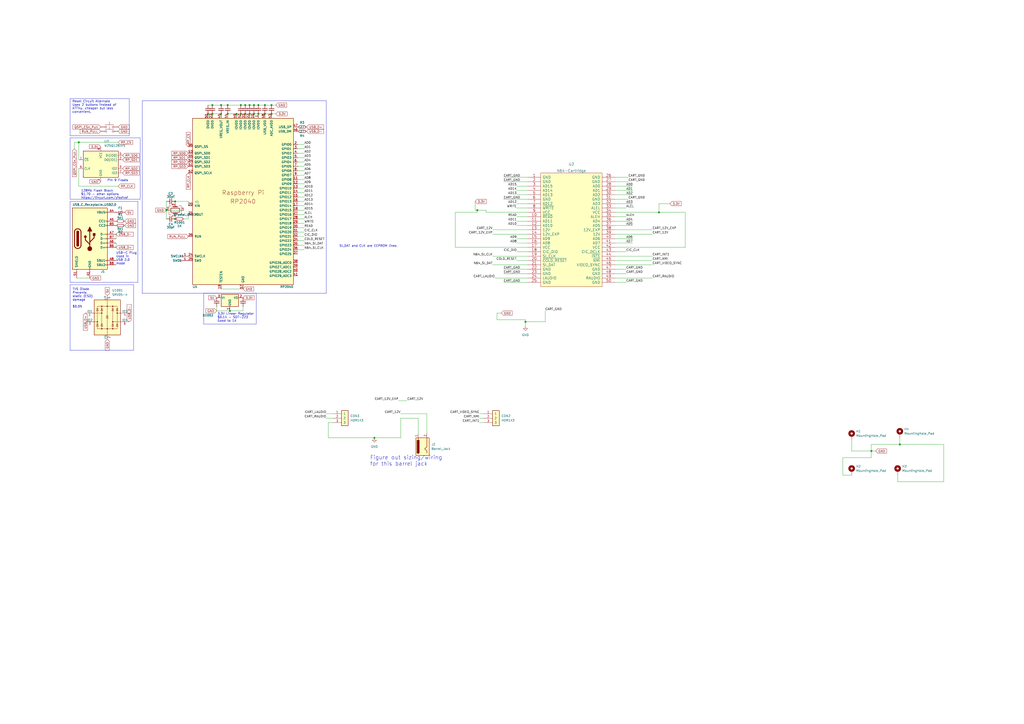
<source format=kicad_sch>
(kicad_sch (version 20230121) (generator eeschema)
  (paper "A2")
  (lib_symbols
    (symbol "Connector:Barrel_Jack" (pin_names (offset 1.016))
      (property "Reference" "J" (at 0 5.334 0))
      (property "Value" "Barrel_Jack" (at 0 -5.08 0))
      (symbol "Barrel_Jack_1_1"
        (pin passive line (at 7.62 2.54 180) (length 2.54) (name "~") (number "1"))
        (pin passive line (at 7.62 -2.54 180) (length 2.54) (name "~") (number "2"))
      )
    )
    (symbol "Connector:Conn_01x01_Female" (pin_names (offset 1.016) hide)
      (property "Reference" "J" (at 0 2.54 0))
      (property "Value" "Conn_01x01_Female" (at 0 -2.54 0))
      (symbol "Conn_01x01_Female_1_1"
        (pin passive line (at -5.08 0 0) (length 3.81) (name "Pin_1") (number "1"))
      )
    )
    (symbol "Connector:USB_C_Receptacle_USB2.0" (pin_names (offset 1.016))
      (property "Reference" "J" (at -10.16 19.05 0))
      (property "Value" "USB_C_Receptacle_USB2.0" (at 19.05 19.05 0))
      (symbol "USB_C_Receptacle_USB2.0_1_1"
        (pin passive line (at 0 -22.86 90) (length 5.08) (name "GND") (number "A1"))
        (pin passive line (at 0 -22.86 90) (length 5.08) hide (name "GND") (number "A12"))
        (pin passive line (at 15.24 15.24 180) (length 5.08) (name "VBUS") (number "A4"))
        (pin bidirectional line (at 15.24 10.16 180) (length 5.08) (name "CC1") (number "A5"))
        (pin bidirectional line (at 15.24 -2.54 180) (length 5.08) (name "D+") (number "A6"))
        (pin bidirectional line (at 15.24 2.54 180) (length 5.08) (name "D-") (number "A7"))
        (pin bidirectional line (at 15.24 -12.7 180) (length 5.08) (name "SBU1") (number "A8"))
        (pin passive line (at 15.24 15.24 180) (length 5.08) hide (name "VBUS") (number "A9"))
        (pin passive line (at 0 -22.86 90) (length 5.08) hide (name "GND") (number "B1"))
        (pin passive line (at 0 -22.86 90) (length 5.08) hide (name "GND") (number "B12"))
        (pin passive line (at 15.24 15.24 180) (length 5.08) hide (name "VBUS") (number "B4"))
        (pin bidirectional line (at 15.24 7.62 180) (length 5.08) (name "CC2") (number "B5"))
        (pin bidirectional line (at 15.24 -5.08 180) (length 5.08) (name "D+") (number "B6"))
        (pin bidirectional line (at 15.24 0 180) (length 5.08) (name "D-") (number "B7"))
        (pin bidirectional line (at 15.24 -15.24 180) (length 5.08) (name "SBU2") (number "B8"))
        (pin passive line (at 15.24 15.24 180) (length 5.08) hide (name "VBUS") (number "B9"))
        (pin passive line (at -7.62 -22.86 90) (length 5.08) (name "SHIELD") (number "S1"))
      )
    )
    (symbol "Device:C_Small" (pin_numbers hide) (pin_names (offset 0.254) hide)
      (property "Reference" "C" (at 0.254 1.778 0))
      (property "Value" "C_Small" (at 0.254 -2.032 0))
      (symbol "C_Small_1_1"
        (pin passive line (at 0 2.54 270) (length 2.032) (name "~") (number "1"))
        (pin passive line (at 0 -2.54 90) (length 2.032) (name "~") (number "2"))
      )
    )
    (symbol "Device:Crystal_GND24" (pin_names (offset 1.016) hide)
      (property "Reference" "Y" (at 3.175 5.08 0))
      (property "Value" "Crystal_GND24" (at 3.175 3.175 0))
      (symbol "Crystal_GND24_1_1"
        (pin passive line (at -3.81 0 0) (length 1.27) (name "1") (number "1"))
        (pin passive line (at 0 5.08 270) (length 1.27) (name "2") (number "2"))
        (pin passive line (at 3.81 0 180) (length 1.27) (name "3") (number "3"))
        (pin passive line (at 0 -5.08 90) (length 1.27) (name "4") (number "4"))
      )
    )
    (symbol "Device:Polyfuse_Small" (pin_numbers hide) (pin_names (offset 0))
      (property "Reference" "F" (at -1.905 0 90))
      (property "Value" "Polyfuse_Small" (at 1.905 0 90))
      (symbol "Polyfuse_Small_1_1"
        (pin passive line (at 0 2.54 270) (length 0.635) (name "~") (number "1"))
        (pin passive line (at 0 -2.54 90) (length 0.635) (name "~") (number "2"))
      )
    )
    (symbol "Device:R_Small" (pin_numbers hide) (pin_names (offset 0.254) hide)
      (property "Reference" "R" (at 0.762 0.508 0))
      (property "Value" "R_Small" (at 0.762 -1.016 0))
      (symbol "R_Small_1_1"
        (pin passive line (at 0 2.54 270) (length 0.762) (name "~") (number "1"))
        (pin passive line (at 0 -2.54 90) (length 0.762) (name "~") (number "2"))
      )
    )
    (symbol "GND_1" (power) (pin_names (offset 0))
      (property "Value" "GND_1" (at 0 -3.81 0))
      (symbol "GND_1_1_1"
        (pin power_in line (at 0 0 270) (length 0) hide (name "GND") (number "1"))
      )
    )
    (symbol "Mechanical:MountingHole_Pad" (pin_numbers hide) (pin_names (offset 1.016) hide)
      (property "Reference" "H" (at 0 6.35 0))
      (property "Value" "MountingHole_Pad" (at 0 4.445 0))
      (symbol "MountingHole_Pad_1_1"
        (pin input line (at 0 -2.54 90) (length 2.54) (name "1") (number "1"))
      )
    )
    (symbol "Memory_Flash:W25Q128JVS"
      (property "Reference" "U" (at -8.89 8.89 0))
      (property "Value" "W25Q128JVS" (at 7.62 8.89 0))
      (symbol "W25Q128JVS_1_1"
        (pin input line (at -12.7 2.54 0) (length 2.54) (name "~{CS}") (number "1"))
        (pin bidirectional line (at 12.7 2.54 180) (length 2.54) (name "DO(IO1)") (number "2"))
        (pin bidirectional line (at 12.7 -2.54 180) (length 2.54) (name "IO2") (number "3"))
        (pin power_in line (at 0 -10.16 90) (length 2.54) (name "GND") (number "4"))
        (pin bidirectional line (at 12.7 5.08 180) (length 2.54) (name "DI(IO0)") (number "5"))
        (pin input line (at -12.7 -2.54 0) (length 2.54) (name "CLK") (number "6"))
        (pin bidirectional line (at 12.7 -5.08 180) (length 2.54) (name "IO3") (number "7"))
        (pin power_in line (at 0 10.16 270) (length 2.54) (name "VCC") (number "8"))
      )
    )
    (symbol "Power_Protection:SRV05-4" (pin_names (offset 0))
      (property "Reference" "U" (at -5.08 11.43 0))
      (property "Value" "SRV05-4" (at 2.54 11.43 0))
      (symbol "SRV05-4_1_1"
        (pin passive line (at -12.7 2.54 0) (length 5.08) (name "IO1") (number "1"))
        (pin passive line (at 0 -12.7 90) (length 2.54) (name "VN") (number "2"))
        (pin passive line (at -12.7 -2.54 0) (length 5.08) (name "IO2") (number "3"))
        (pin passive line (at 12.7 2.54 180) (length 5.08) (name "IO3") (number "4"))
        (pin passive line (at 0 12.7 270) (length 2.54) (name "VP") (number "5"))
        (pin passive line (at 12.7 -2.54 180) (length 5.08) (name "IO4") (number "6"))
      )
    )
    (symbol "Raspi:RP2040" (pin_names (offset 1.016))
      (property "Reference" "U" (at -29.21 49.53 0))
      (property "Value" "RP2040" (at 24.13 -49.53 0))
      (symbol "RP2040_0_0"
        (text "Raspberry Pi" (at 0 5.08 0) (effects (font (size 2.54 2.54))))
        (text "RP2040" (at 0 0 0) (effects (font (size 2.54 2.54))))
      )
      (symbol "RP2040_1_1"
        (pin power_in line (at 8.89 50.8 270) (length 2.54) (name "IOVDD") (number "1"))
        (pin power_in line (at 6.35 50.8 270) (length 2.54) (name "IOVDD") (number "10"))
        (pin bidirectional line (at 31.75 12.7 180) (length 2.54) (name "GPIO8") (number "11"))
        (pin bidirectional line (at 31.75 10.16 180) (length 2.54) (name "GPIO9") (number "12"))
        (pin bidirectional line (at 31.75 7.62 180) (length 2.54) (name "GPIO10") (number "13"))
        (pin bidirectional line (at 31.75 5.08 180) (length 2.54) (name "GPIO11") (number "14"))
        (pin bidirectional line (at 31.75 2.54 180) (length 2.54) (name "GPIO12") (number "15"))
        (pin bidirectional line (at 31.75 0 180) (length 2.54) (name "GPIO13") (number "16"))
        (pin bidirectional line (at 31.75 -2.54 180) (length 2.54) (name "GPIO14") (number "17"))
        (pin bidirectional line (at 31.75 -5.08 180) (length 2.54) (name "GPIO15") (number "18"))
        (pin passive line (at -12.7 -50.8 90) (length 2.54) (name "TESTEN") (number "19"))
        (pin bidirectional line (at 31.75 33.02 180) (length 2.54) (name "GPIO0") (number "2"))
        (pin input line (at -31.75 -2.54 0) (length 2.54) (name "XIN") (number "20"))
        (pin passive line (at -31.75 -7.62 0) (length 2.54) (name "XOUT") (number "21"))
        (pin power_in line (at 3.81 50.8 270) (length 2.54) (name "IOVDD") (number "22"))
        (pin power_in line (at -17.78 50.8 270) (length 2.54) (name "DVDD") (number "23"))
        (pin output line (at -31.75 -31.75 0) (length 2.54) (name "SWCLK") (number "24"))
        (pin bidirectional line (at -31.75 -34.29 0) (length 2.54) (name "SWD") (number "25"))
        (pin input line (at -31.75 -20.32 0) (length 2.54) (name "RUN") (number "26"))
        (pin bidirectional line (at 31.75 -7.62 180) (length 2.54) (name "GPIO16") (number "27"))
        (pin bidirectional line (at 31.75 -10.16 180) (length 2.54) (name "GPIO17") (number "28"))
        (pin bidirectional line (at 31.75 -12.7 180) (length 2.54) (name "GPIO18") (number "29"))
        (pin bidirectional line (at 31.75 30.48 180) (length 2.54) (name "GPIO1") (number "3"))
        (pin bidirectional line (at 31.75 -15.24 180) (length 2.54) (name "GPIO19") (number "30"))
        (pin bidirectional line (at 31.75 -17.78 180) (length 2.54) (name "GPIO20") (number "31"))
        (pin bidirectional line (at 31.75 -20.32 180) (length 2.54) (name "GPIO21") (number "32"))
        (pin power_in line (at 1.27 50.8 270) (length 2.54) (name "IOVDD") (number "33"))
        (pin bidirectional line (at 31.75 -22.86 180) (length 2.54) (name "GPIO22") (number "34"))
        (pin bidirectional line (at 31.75 -25.4 180) (length 2.54) (name "GPIO23") (number "35"))
        (pin bidirectional line (at 31.75 -27.94 180) (length 2.54) (name "GPIO24") (number "36"))
        (pin bidirectional line (at 31.75 -30.48 180) (length 2.54) (name "GPIO25") (number "37"))
        (pin bidirectional line (at 31.75 -35.56 180) (length 2.54) (name "GPIO26_ADC0") (number "38"))
        (pin bidirectional line (at 31.75 -38.1 180) (length 2.54) (name "GPIO27_ADC1") (number "39"))
        (pin bidirectional line (at 31.75 27.94 180) (length 2.54) (name "GPIO2") (number "4"))
        (pin bidirectional line (at 31.75 -40.64 180) (length 2.54) (name "GPIO28_ADC2") (number "40"))
        (pin bidirectional line (at 31.75 -43.18 180) (length 2.54) (name "GPIO29_ADC3") (number "41"))
        (pin power_in line (at -1.27 50.8 270) (length 2.54) (name "IOVDD") (number "42"))
        (pin power_in line (at 16.51 50.8 270) (length 2.54) (name "ADC_AVDD") (number "43"))
        (pin power_in line (at -8.89 50.8 270) (length 2.54) (name "VREG_IN") (number "44"))
        (pin power_out line (at -12.7 50.8 270) (length 2.54) (name "VREG_VOUT") (number "45"))
        (pin bidirectional line (at 31.75 40.64 180) (length 2.54) (name "USB_DM") (number "46"))
        (pin bidirectional line (at 31.75 43.18 180) (length 2.54) (name "USB_DP") (number "47"))
        (pin power_in line (at 12.7 50.8 270) (length 2.54) (name "USB_VDD") (number "48"))
        (pin power_in line (at -3.81 50.8 270) (length 2.54) (name "IOVDD") (number "49"))
        (pin bidirectional line (at 31.75 25.4 180) (length 2.54) (name "GPIO3") (number "5"))
        (pin power_in line (at -20.32 50.8 270) (length 2.54) (name "DVDD") (number "50"))
        (pin bidirectional line (at -31.75 20.32 0) (length 2.54) (name "QSPI_SD3") (number "51"))
        (pin output line (at -31.75 16.51 0) (length 2.54) (name "QSPI_SCLK") (number "52"))
        (pin bidirectional line (at -31.75 27.94 0) (length 2.54) (name "QSPI_SD0") (number "53"))
        (pin bidirectional line (at -31.75 22.86 0) (length 2.54) (name "QSPI_SD2") (number "54"))
        (pin bidirectional line (at -31.75 25.4 0) (length 2.54) (name "QSPI_SD1") (number "55"))
        (pin bidirectional line (at -31.75 31.75 0) (length 2.54) (name "QSPI_SS") (number "56"))
        (pin power_in line (at 0 -50.8 90) (length 2.54) (name "GND") (number "57"))
        (pin bidirectional line (at 31.75 22.86 180) (length 2.54) (name "GPIO4") (number "6"))
        (pin bidirectional line (at 31.75 20.32 180) (length 2.54) (name "GPIO5") (number "7"))
        (pin bidirectional line (at 31.75 17.78 180) (length 2.54) (name "GPIO6") (number "8"))
        (pin bidirectional line (at 31.75 15.24 180) (length 2.54) (name "GPIO7") (number "9"))
      )
    )
    (symbol "Regulator_Linear:AZ1117-3.3" (pin_names (offset 0.254))
      (property "Reference" "U" (at -3.81 3.175 0))
      (property "Value" "AZ1117-3.3" (at 0 3.175 0))
      (symbol "AZ1117-3.3_1_1"
        (pin power_in line (at 0 -7.62 90) (length 2.54) (name "GND") (number "1"))
        (pin power_out line (at 7.62 0 180) (length 2.54) (name "VO") (number "2"))
        (pin power_in line (at -7.62 0 0) (length 2.54) (name "VI") (number "3"))
      )
    )
    (symbol "Switch:SW_Push" (pin_numbers hide) (pin_names (offset 1.016) hide)
      (property "Reference" "SW" (at 1.27 2.54 0))
      (property "Value" "SW_Push" (at 0 -1.524 0))
      (symbol "SW_Push_0_1"
        (pin passive line (at -5.08 0 0) (length 2.54) (name "1") (number "1"))
        (pin passive line (at 5.08 0 180) (length 2.54) (name "2") (number "2"))
      )
    )
    (symbol "db-connectors:HDR1X3" (pin_names (offset 1.016))
      (property "Reference" "CON" (at 3.175 4.445 0))
      (property "Value" "HDR1X3" (at 4.445 2.54 0))
      (symbol "HDR1X3_1_1"
        (pin passive line (at -5.08 -1.27 0) (length 5.08) (name "1") (number "1"))
        (pin passive line (at -5.08 -3.81 0) (length 5.08) (name "2") (number "2"))
        (pin passive line (at -5.08 -6.35 0) (length 5.08) (name "3") (number "3"))
      )
    )
    (symbol "n64-cartridge:N64-Cartridge" (pin_names (offset 1.016))
      (property "Reference" "U12" (at -0.635 38.1 0))
      (property "Value" "N64-Cartridge" (at -0.635 34.29 0))
      (symbol "N64-Cartridge_1_1"
        (pin passive line (at -25.4 30.48 0) (length 7.62) (name "GND") (number "1"))
        (pin passive line (at -25.4 7.62 0) (length 7.62) (name "~{READ}") (number "10"))
        (pin passive line (at -25.4 5.08 0) (length 7.62) (name "AD11") (number "11"))
        (pin passive line (at -25.4 2.54 0) (length 7.62) (name "AD10") (number "12"))
        (pin passive line (at -25.4 0 0) (length 7.62) (name "12V") (number "13"))
        (pin passive line (at -25.4 -2.54 0) (length 7.62) (name "12V_EXP") (number "14"))
        (pin passive line (at -25.4 -5.08 0) (length 7.62) (name "AD9") (number "15"))
        (pin passive line (at -25.4 -7.62 0) (length 7.62) (name "AD8") (number "16"))
        (pin passive line (at -25.4 -10.16 0) (length 7.62) (name "VCC") (number "17"))
        (pin passive line (at -25.4 -12.7 0) (length 7.62) (name "CIC_DIO") (number "18"))
        (pin passive line (at -25.4 -15.24 0) (length 7.62) (name "SI_CLK") (number "19"))
        (pin passive line (at -25.4 27.94 0) (length 7.62) (name "GND") (number "2"))
        (pin passive line (at -25.4 -17.78 0) (length 7.62) (name "~{COLD_RESET}") (number "20"))
        (pin passive line (at -25.4 -20.32 0) (length 7.62) (name "SI_DAT") (number "21"))
        (pin passive line (at -25.4 -22.86 0) (length 7.62) (name "GND") (number "22"))
        (pin passive line (at -25.4 -25.4 0) (length 7.62) (name "GND") (number "23"))
        (pin passive line (at -25.4 -27.94 0) (length 7.62) (name "LAUDIO") (number "24"))
        (pin passive line (at -25.4 -30.48 0) (length 7.62) (name "GND") (number "25"))
        (pin passive line (at 25.4 30.48 180) (length 7.62) (name "GND") (number "26"))
        (pin passive line (at 25.4 27.94 180) (length 7.62) (name "GND") (number "27"))
        (pin passive line (at 25.4 25.4 180) (length 7.62) (name "AD0") (number "28"))
        (pin passive line (at 25.4 22.86 180) (length 7.62) (name "AD1") (number "29"))
        (pin passive line (at -25.4 25.4 0) (length 7.62) (name "AD15") (number "3"))
        (pin passive line (at 25.4 20.32 180) (length 7.62) (name "AD2") (number "30"))
        (pin passive line (at 25.4 17.78 180) (length 7.62) (name "GND") (number "31"))
        (pin passive line (at 25.4 15.24 180) (length 7.62) (name "AD3") (number "32"))
        (pin passive line (at 25.4 12.7 180) (length 7.62) (name "ALEL") (number "33"))
        (pin passive line (at 25.4 10.16 180) (length 7.62) (name "VCC") (number "34"))
        (pin passive line (at 25.4 7.62 180) (length 7.62) (name "ALEH") (number "35"))
        (pin passive line (at 25.4 5.08 180) (length 7.62) (name "AD4") (number "36"))
        (pin passive line (at 25.4 2.54 180) (length 7.62) (name "AD5") (number "37"))
        (pin passive line (at 25.4 0 180) (length 7.62) (name "12V_EXP") (number "38"))
        (pin passive line (at 25.4 -2.54 180) (length 7.62) (name "12V") (number "39"))
        (pin passive line (at -25.4 22.86 0) (length 7.62) (name "AD14") (number "4"))
        (pin passive line (at 25.4 -5.08 180) (length 7.62) (name "AD6") (number "40"))
        (pin passive line (at 25.4 -7.62 180) (length 7.62) (name "AD7") (number "41"))
        (pin passive line (at 25.4 -10.16 180) (length 7.62) (name "VCC") (number "42"))
        (pin passive line (at 25.4 -12.7 180) (length 7.62) (name "CIC_DCLK") (number "43"))
        (pin passive line (at 25.4 -15.24 180) (length 7.62) (name "~{INT1}") (number "44"))
        (pin passive line (at 25.4 -17.78 180) (length 7.62) (name "~{NMI}") (number "45"))
        (pin passive line (at 25.4 -20.32 180) (length 7.62) (name "VIDEO_SYNC") (number "46"))
        (pin passive line (at 25.4 -22.86 180) (length 7.62) (name "GND") (number "47"))
        (pin passive line (at 25.4 -25.4 180) (length 7.62) (name "GND") (number "48"))
        (pin passive line (at 25.4 -27.94 180) (length 7.62) (name "RAUDIO") (number "49"))
        (pin passive line (at -25.4 20.32 0) (length 7.62) (name "AD13") (number "5"))
        (pin passive line (at 25.4 -30.48 180) (length 7.62) (name "GND") (number "50"))
        (pin passive line (at -25.4 17.78 0) (length 7.62) (name "GND") (number "6"))
        (pin passive line (at -25.4 15.24 0) (length 7.62) (name "AD12") (number "7"))
        (pin passive line (at -25.4 12.7 0) (length 7.62) (name "~{WRITE}") (number "8"))
        (pin passive line (at -25.4 10.16 0) (length 7.62) (name "VCC") (number "9"))
      )
    )
  )
  (junction (at 139.7 60.96))
  (junction (at 137.16 66.04))
  (junction (at 153.67 66.04))
  (junction (at 153.67 60.96))
  (junction (at 147.32 60.96))
  (junction (at 128.27 60.96))
  (junction (at 217.17 254))
  (junction (at 96.52 121.92))
  (junction (at 133.35 180.34))
  (junction (at 142.24 66.04))
  (junction (at 128.27 66.04))
  (junction (at 144.78 60.96))
  (junction (at 132.08 60.96))
  (junction (at 304.8 186.69))
  (junction (at 521.97 257.81))
  (junction (at 144.78 66.04))
  (junction (at 132.08 66.04))
  (junction (at 101.6 127))
  (junction (at 123.19 60.96))
  (junction (at 149.86 66.04))
  (junction (at 157.48 60.96))
  (junction (at 157.48 66.04))
  (junction (at 505.46 261.62))
  (junction (at 147.32 66.04))
  (junction (at 382.27 123.19))
  (junction (at 101.6 116.84))
  (junction (at 123.19 66.04))
  (junction (at 149.86 60.96))
  (junction (at 139.7 66.04))
  (junction (at 276.86 121.92))
  (junction (at 45.72 82.55))
  (junction (at 120.65 66.04))
  (junction (at 142.24 60.96))
  (wire (pts (xy 521.97 254) (xy 521.97 257.81)))
  (wire (pts (xy 232.41 242.57) (xy 242.57 242.57)))
  (wire (pts (xy 45.72 82.55) (xy 45.72 92.71)))
  (wire (pts (xy 139.7 60.96) (xy 142.24 60.96)))
  (wire (pts (xy 356.87 146.05) (xy 363.22 146.05)))
  (polyline (pts (xy 189.23 170.18) (xy 82.55 170.18)))
  (wire (pts (xy 149.86 66.04) (xy 153.67 66.04)))
  (wire (pts (xy 276.86 123.19) (xy 276.86 121.92)))
  (wire (pts (xy 356.87 107.95) (xy 367.03 107.95)))
  (wire (pts (xy 172.72 129.54) (xy 176.53 129.54)))
  (wire (pts (xy 275.59 116.84) (xy 275.59 121.92)))
  (wire (pts (xy 356.87 118.11) (xy 367.03 118.11)))
  (wire (pts (xy 157.48 60.96) (xy 160.02 60.96)))
  (wire (pts (xy 109.22 124.46) (xy 109.22 127)))
  (wire (pts (xy 172.72 83.82) (xy 176.53 83.82)))
  (wire (pts (xy 137.16 66.04) (xy 139.7 66.04)))
  (wire (pts (xy 292.1 158.75) (xy 306.07 158.75)))
  (wire (pts (xy 505.46 257.81) (xy 505.46 261.62)))
  (wire (pts (xy 264.16 123.19) (xy 276.86 123.19)))
  (wire (pts (xy 264.16 143.51) (xy 306.07 143.51)))
  (wire (pts (xy 232.41 240.03) (xy 247.65 240.03)))
  (wire (pts (xy 172.72 109.22) (xy 176.53 109.22)))
  (wire (pts (xy 356.87 125.73) (xy 363.22 125.73)))
  (wire (pts (xy 278.13 242.57) (xy 280.67 242.57)))
  (wire (pts (xy 45.72 82.55) (xy 68.58 82.55)))
  (wire (pts (xy 101.6 125.73) (xy 101.6 127)))
  (wire (pts (xy 172.72 99.06) (xy 176.53 99.06)))
  (wire (pts (xy 96.52 121.92) (xy 106.68 121.92)))
  (wire (pts (xy 521.97 257.81) (xy 505.46 257.81)))
  (wire (pts (xy 172.72 96.52) (xy 176.53 96.52)))
  (wire (pts (xy 128.27 60.96) (xy 132.08 60.96)))
  (wire (pts (xy 189.23 240.03) (xy 193.04 240.03)))
  (wire (pts (xy 172.72 134.62) (xy 176.53 134.62)))
  (wire (pts (xy 172.72 139.7) (xy 176.53 139.7)))
  (wire (pts (xy 120.65 66.04) (xy 123.19 66.04)))
  (wire (pts (xy 299.72 140.97) (xy 306.07 140.97)))
  (wire (pts (xy 505.46 261.62) (xy 508 261.62)))
  (wire (pts (xy 276.86 121.92) (xy 281.94 121.92)))
  (wire (pts (xy 133.35 180.34) (xy 140.97 180.34)))
  (wire (pts (xy 292.1 102.87) (xy 306.07 102.87)))
  (wire (pts (xy 45.72 107.95) (xy 68.58 107.95)))
  (polyline (pts (xy 80.01 163.83) (xy 40.64 163.83)))
  (wire (pts (xy 356.87 151.13) (xy 378.46 151.13)))
  (wire (pts (xy 120.65 60.96) (xy 123.19 60.96)))
  (wire (pts (xy 356.87 133.35) (xy 378.46 133.35)))
  (wire (pts (xy 247.65 240.03) (xy 247.65 251.46)))
  (wire (pts (xy 299.72 113.03) (xy 306.07 113.03)))
  (wire (pts (xy 101.6 116.84) (xy 109.22 116.84)))
  (wire (pts (xy 382.27 118.11) (xy 382.27 123.19)))
  (wire (pts (xy 132.08 66.04) (xy 137.16 66.04)))
  (wire (pts (xy 67.31 140.97) (xy 67.31 143.51)))
  (wire (pts (xy 285.75 133.35) (xy 306.07 133.35)))
  (wire (pts (xy 172.72 106.68) (xy 176.53 106.68)))
  (wire (pts (xy 125.73 180.34) (xy 133.35 180.34)))
  (wire (pts (xy 488.95 275.59) (xy 488.95 265.43)))
  (polyline (pts (xy 40.64 165.1) (xy 40.64 203.2)))
  (wire (pts (xy 520.7 275.59) (xy 520.7 279.4)))
  (wire (pts (xy 172.72 144.78) (xy 176.53 144.78)))
  (polyline (pts (xy 77.47 203.2) (xy 77.47 165.1)))
  (wire (pts (xy 189.23 242.57) (xy 193.04 242.57)))
  (polyline (pts (xy 118.11 170.18) (xy 118.11 187.96)))
  (wire (pts (xy 356.87 148.59) (xy 378.46 148.59)))
  (polyline (pts (xy 40.64 78.74) (xy 40.64 57.15)))
  (wire (pts (xy 356.87 123.19) (xy 382.27 123.19)))
  (wire (pts (xy 275.59 121.92) (xy 276.86 121.92)))
  (wire (pts (xy 144.78 60.96) (xy 147.32 60.96)))
  (wire (pts (xy 264.16 143.51) (xy 264.16 123.19)))
  (wire (pts (xy 547.37 279.4) (xy 547.37 257.81)))
  (wire (pts (xy 285.75 148.59) (xy 306.07 148.59)))
  (wire (pts (xy 304.8 186.69) (xy 304.8 189.23)))
  (polyline (pts (xy 74.93 57.15) (xy 74.93 78.74)))
  (wire (pts (xy 356.87 138.43) (xy 367.03 138.43)))
  (wire (pts (xy 172.72 142.24) (xy 176.53 142.24)))
  (wire (pts (xy 356.87 113.03) (xy 367.03 113.03)))
  (wire (pts (xy 123.19 60.96) (xy 128.27 60.96)))
  (wire (pts (xy 96.52 116.84) (xy 96.52 121.92)))
  (wire (pts (xy 43.18 82.55) (xy 45.72 82.55)))
  (polyline (pts (xy 40.64 203.2) (xy 77.47 203.2)))
  (wire (pts (xy 356.87 153.67) (xy 378.46 153.67)))
  (wire (pts (xy 43.18 86.36) (xy 43.18 82.55)))
  (wire (pts (xy 299.72 118.11) (xy 306.07 118.11)))
  (wire (pts (xy 278.13 240.03) (xy 280.67 240.03)))
  (wire (pts (xy 299.72 130.81) (xy 306.07 130.81)))
  (polyline (pts (xy 40.64 115.57) (xy 81.28 115.57)))
  (wire (pts (xy 299.72 138.43) (xy 306.07 138.43)))
  (wire (pts (xy 231.14 232.41) (xy 236.22 232.41)))
  (wire (pts (xy 172.72 101.6) (xy 176.53 101.6)))
  (wire (pts (xy 382.27 123.19) (xy 397.51 123.19)))
  (wire (pts (xy 299.72 107.95) (xy 306.07 107.95)))
  (wire (pts (xy 128.27 167.64) (xy 140.97 167.64)))
  (wire (pts (xy 125.73 177.8) (xy 125.73 180.34)))
  (wire (pts (xy 299.72 110.49) (xy 306.07 110.49)))
  (wire (pts (xy 547.37 257.81) (xy 521.97 257.81)))
  (wire (pts (xy 172.72 104.14) (xy 176.53 104.14)))
  (wire (pts (xy 149.86 60.96) (xy 153.67 60.96)))
  (wire (pts (xy 494.03 255.27) (xy 494.03 261.62)))
  (wire (pts (xy 316.23 186.69) (xy 304.8 186.69)))
  (wire (pts (xy 356.87 105.41) (xy 364.49 105.41)))
  (wire (pts (xy 285.75 153.67) (xy 306.07 153.67)))
  (wire (pts (xy 172.72 116.84) (xy 176.53 116.84)))
  (wire (pts (xy 172.72 127) (xy 176.53 127)))
  (polyline (pts (xy 80.01 116.84) (xy 80.01 130.81)))
  (polyline (pts (xy 40.64 116.84) (xy 80.01 116.84)))
  (wire (pts (xy 292.1 115.57) (xy 306.07 115.57)))
  (polyline (pts (xy 77.47 165.1) (xy 40.64 165.1)))
  (wire (pts (xy 316.23 180.34) (xy 316.23 186.69)))
  (wire (pts (xy 292.1 156.21) (xy 306.07 156.21)))
  (wire (pts (xy 144.78 66.04) (xy 147.32 66.04)))
  (wire (pts (xy 356.87 163.83) (xy 363.22 163.83)))
  (wire (pts (xy 356.87 115.57) (xy 364.49 115.57)))
  (wire (pts (xy 172.72 137.16) (xy 176.53 137.16)))
  (wire (pts (xy 172.72 121.92) (xy 176.53 121.92)))
  (wire (pts (xy 356.87 161.29) (xy 378.46 161.29)))
  (wire (pts (xy 382.27 118.11) (xy 388.62 118.11)))
  (wire (pts (xy 172.72 124.46) (xy 176.53 124.46)))
  (wire (pts (xy 232.41 242.57) (xy 232.41 254)))
  (wire (pts (xy 356.87 156.21) (xy 363.22 156.21)))
  (wire (pts (xy 172.72 114.3) (xy 176.53 114.3)))
  (wire (pts (xy 304.8 185.42) (xy 304.8 186.69)))
  (wire (pts (xy 193.04 245.11) (xy 190.5 245.11)))
  (wire (pts (xy 172.72 93.98) (xy 176.53 93.98)))
  (wire (pts (xy 45.72 97.79) (xy 45.72 107.95)))
  (polyline (pts (xy 40.64 78.74) (xy 74.93 78.74)))
  (wire (pts (xy 488.95 265.43) (xy 505.46 265.43)))
  (wire (pts (xy 290.83 181.61) (xy 288.29 181.61)))
  (wire (pts (xy 172.72 86.36) (xy 176.53 86.36)))
  (wire (pts (xy 520.7 279.4) (xy 547.37 279.4)))
  (wire (pts (xy 397.51 143.51) (xy 397.51 123.19)))
  (wire (pts (xy 299.72 125.73) (xy 306.07 125.73)))
  (wire (pts (xy 356.87 128.27) (xy 367.03 128.27)))
  (wire (pts (xy 172.72 91.44) (xy 176.53 91.44)))
  (wire (pts (xy 288.29 185.42) (xy 304.8 185.42)))
  (wire (pts (xy 172.72 119.38) (xy 176.53 119.38)))
  (wire (pts (xy 142.24 66.04) (xy 144.78 66.04)))
  (wire (pts (xy 356.87 120.65) (xy 363.22 120.65)))
  (wire (pts (xy 232.41 254) (xy 217.17 254)))
  (wire (pts (xy 278.13 245.11) (xy 280.67 245.11)))
  (wire (pts (xy 67.31 138.43) (xy 67.31 135.89)))
  (polyline (pts (xy 40.64 57.15) (xy 74.93 57.15)))
  (wire (pts (xy 139.7 66.04) (xy 142.24 66.04)))
  (polyline (pts (xy 82.55 58.42) (xy 189.23 58.42)))
  (polyline (pts (xy 148.59 187.96) (xy 148.59 170.18)))
  (wire (pts (xy 44.45 161.29) (xy 52.07 161.29)))
  (polyline (pts (xy 148.59 170.18) (xy 118.11 170.18)))
  (wire (pts (xy 306.07 123.19) (xy 281.94 123.19)))
  (wire (pts (xy 356.87 140.97) (xy 367.03 140.97)))
  (polyline (pts (xy 81.28 95.25) (xy 81.28 80.01)))
  (wire (pts (xy 172.72 111.76) (xy 176.53 111.76)))
  (wire (pts (xy 123.19 66.04) (xy 128.27 66.04)))
  (wire (pts (xy 285.75 135.89) (xy 306.07 135.89)))
  (wire (pts (xy 356.87 158.75) (xy 363.22 158.75)))
  (wire (pts (xy 96.52 121.92) (xy 96.52 127)))
  (wire (pts (xy 140.97 180.34) (xy 140.97 177.8)))
  (polyline (pts (xy 82.55 170.18) (xy 82.55 58.42)))
  (wire (pts (xy 172.72 88.9) (xy 176.53 88.9)))
  (wire (pts (xy 132.08 60.96) (xy 139.7 60.96)))
  (wire (pts (xy 190.5 245.11) (xy 190.5 254)))
  (wire (pts (xy 106.68 127) (xy 109.22 127)))
  (wire (pts (xy 356.87 135.89) (xy 378.46 135.89)))
  (wire (pts (xy 153.67 60.96) (xy 157.48 60.96)))
  (polyline (pts (xy 40.64 80.01) (xy 40.64 115.57)))
  (wire (pts (xy 142.24 60.96) (xy 144.78 60.96)))
  (polyline (pts (xy 40.64 163.83) (xy 40.64 116.84)))
  (wire (pts (xy 281.94 121.92) (xy 281.94 123.19)))
  (wire (pts (xy 356.87 102.87) (xy 364.49 102.87)))
  (wire (pts (xy 147.32 60.96) (xy 149.86 60.96)))
  (wire (pts (xy 101.6 116.84) (xy 101.6 118.11)))
  (wire (pts (xy 494.03 261.62) (xy 505.46 261.62)))
  (wire (pts (xy 292.1 105.41) (xy 306.07 105.41)))
  (polyline (pts (xy 137.16 187.96) (xy 148.59 187.96)))
  (wire (pts (xy 494.03 275.59) (xy 488.95 275.59)))
  (wire (pts (xy 288.29 181.61) (xy 288.29 185.42)))
  (wire (pts (xy 299.72 151.13) (xy 306.07 151.13)))
  (wire (pts (xy 172.72 132.08) (xy 176.53 132.08)))
  (polyline (pts (xy 80.01 130.81) (xy 80.01 163.83)))
  (wire (pts (xy 147.32 66.04) (xy 149.86 66.04)))
  (polyline (pts (xy 189.23 67.31) (xy 189.23 170.18)))
  (polyline (pts (xy 81.28 80.01) (xy 40.64 80.01)))
  (wire (pts (xy 157.48 66.04) (xy 160.02 66.04)))
  (polyline (pts (xy 189.23 58.42) (xy 189.23 67.31)))
  (wire (pts (xy 356.87 130.81) (xy 367.03 130.81)))
  (wire (pts (xy 356.87 143.51) (xy 397.51 143.51)))
  (polyline (pts (xy 81.28 95.25) (xy 81.28 115.57)))
  (polyline (pts (xy 118.11 187.96) (xy 137.16 187.96)))
  (wire (pts (xy 292.1 163.83) (xy 306.07 163.83)))
  (wire (pts (xy 356.87 110.49) (xy 367.03 110.49)))
  (wire (pts (xy 505.46 265.43) (xy 505.46 261.62)))
  (wire (pts (xy 242.57 242.57) (xy 242.57 251.46)))
  (wire (pts (xy 299.72 146.05) (xy 306.07 146.05)))
  (wire (pts (xy 190.5 254) (xy 217.17 254)))
  (wire (pts (xy 299.72 128.27) (xy 306.07 128.27)))
  (wire (pts (xy 153.67 66.04) (xy 157.48 66.04)))
  (wire (pts (xy 299.72 120.65) (xy 306.07 120.65)))
  (wire (pts (xy 109.22 116.84) (xy 109.22 119.38)))
  (wire (pts (xy 287.02 161.29) (xy 306.07 161.29)))
  (text "3.3V Linear Regulator\n$0.14 - SOT-223\nGood to 1A" (at 126.111 186.944 0) (effects (font (size 1.27 1.27)) (justify left bottom)))
  (text "USB-C Plug\nUsed in \nUSB 2.0\nmode" (at 67.31 153.67 0) (effects (font (size 1.27 1.27)) (justify left bottom)))
  (text "Pin 9 Floats" (at 62.23 105.41 0) (effects (font (size 1.27 1.27)) (justify left bottom)))
  (text "Reset Circuit Alternate\nUses 2 buttons instead of\nATTiny, cheaper but less\nconvenient." (at 41.91 65.786 0) (effects (font (size 1.27 1.27)) (justify left bottom)))
  (text "$0.05" (at 42.037 178.689 0) (effects (font (size 1.27 1.27)) (justify left bottom)))
  (text "Figure out sizing/wiring \nfor this barrel jack" (at 214.63 270.51 0) (effects (font (size 2.27 2.27)) (justify left bottom)))
  (text "TVS Diode\nPrevents\nstatic (ESD)\ndamage" (at 42.037 174.752 0) (effects (font (size 1.27 1.27)) (justify left bottom)))
  (text "128Mb Flash Block\n$1.70 - other options\nhttps://tinyurl.com/yfssfxsf" (at 46.99 115.57 0) (effects (font (size 1.27 1.27)) (justify left bottom)))
  (text "SI_DAT and CLK are EEPROM lines" (at 196.85 143.51 0) (effects (font (size 1.27 1.27)) (justify left bottom)))
  (label "CART_GND" (at 363.22 163.83 0))
  (label "CART_GND" (at 363.22 158.75 0))
  (label "AD1" (at 367.03 110.49 180))
  (label "AD10" (at 299.72 130.81 180))
  (label "CIC_CLK" (at 363.22 146.05 0))
  (label "AD5" (at 176.53 96.52 0))
  (label "CART_GND" (at 292.1 158.75 0))
  (label "CART_GND" (at 292.1 163.83 0))
  (label "AD11" (at 176.53 111.76 0))
  (label "AD12" (at 299.72 118.11 180))
  (label "CART_12V_EXP" (at 285.75 135.89 180))
  (label "CART_GND" (at 364.49 115.57 0))
  (label "CIC_CLK" (at 176.53 134.62 0))
  (label "ALEH" (at 176.53 127 0))
  (label "AD15" (at 176.53 121.92 0))
  (label "CART_12V" (at 236.22 232.41 0))
  (label "AD3" (at 367.03 118.11 180))
  (label "CART_GND" (at 364.49 102.87 0))
  (label "CART_INT1" (at 278.13 245.11 180))
  (label "N64_SI_DAT" (at 176.53 142.24 0))
  (label "AD4" (at 176.53 93.98 0))
  (label "CART_12V" (at 378.46 135.89 0))
  (label "READ" (at 299.72 125.73 180))
  (label "AD11" (at 299.72 128.27 180))
  (label "ALEL" (at 176.53 124.46 0))
  (label "AD2" (at 367.03 113.03 180))
  (label "AD14" (at 176.53 119.38 0))
  (label "ALEL" (at 363.22 120.65 0))
  (label "WRITE" (at 176.53 129.54 0))
  (label "CART_LAUDIO" (at 287.02 161.29 180))
  (label "WRITE" (at 299.72 120.65 180))
  (label "AD9" (at 299.72 138.43 180))
  (label "AD14" (at 299.72 110.49 180))
  (label "CART_12V_EXP" (at 231.14 232.41 180))
  (label "COLD_RESET" (at 299.72 151.13 180))
  (label "AD0" (at 367.03 107.95 180))
  (label "AD2" (at 176.53 88.9 0))
  (label "READ" (at 176.53 132.08 0))
  (label "COLD_RESET" (at 176.53 139.7 0))
  (label "CART_NMI" (at 378.46 151.13 0))
  (label "AD3" (at 176.53 91.44 0))
  (label "N64_SI_CLK" (at 285.75 148.59 180))
  (label "CART_VIDEO_SYNC" (at 278.13 240.03 180))
  (label "CART_GND" (at 292.1 105.41 0))
  (label "CART_RAUDIO" (at 189.23 242.57 180))
  (label "CART_GND" (at 363.22 156.21 0))
  (label "N64_SI_DAT" (at 285.75 153.67 180))
  (label "AD7" (at 367.03 140.97 180))
  (label "AD10" (at 176.53 109.22 0))
  (label "AD0" (at 176.53 83.82 0))
  (label "AD1" (at 176.53 86.36 0))
  (label "AD5" (at 367.03 130.81 180))
  (label "AD15" (at 299.72 107.95 180))
  (label "AD4" (at 367.03 128.27 180))
  (label "AD6" (at 176.53 99.06 0))
  (label "CART_GND" (at 292.1 156.21 0))
  (label "AD12" (at 176.53 114.3 0))
  (label "CIC_DIO" (at 176.53 137.16 0))
  (label "AD13" (at 299.72 113.03 180))
  (label "AD8" (at 176.53 104.14 0))
  (label "CART_GND" (at 292.1 115.57 0))
  (label "CART_RAUDIO" (at 378.46 161.29 0))
  (label "CART_GND" (at 316.23 180.34 0))
  (label "AD7" (at 176.53 101.6 0))
  (label "CART_12V_EXP" (at 378.46 133.35 0))
  (label "ALEH" (at 363.22 125.73 0))
  (label "AD9" (at 176.53 106.68 0))
  (label "N64_SI_CLK" (at 176.53 144.78 0))
  (label "CART_12V" (at 285.75 133.35 180))
  (label "CART_VIDEO_SYNC" (at 378.46 153.67 0))
  (label "AD6" (at 367.03 138.43 180))
  (label "AD13" (at 176.53 116.84 0))
  (label "CART_NMI" (at 278.13 242.57 180))
  (label "CART_GND" (at 364.49 105.41 0))
  (label "AD8" (at 299.72 140.97 180))
  (label "CART_LAUDIO" (at 189.23 240.03 180))
  (label "CART_GND" (at 292.1 102.87 0))
  (label "CART_INT1" (at 378.46 148.59 0))
  (label "CART_12V" (at 232.41 240.03 180))
  (label "CIC_DIO" (at 299.72 146.05 180))
  (global_label "GND" (shape input) (at 508 261.62 0) (property "Intersheetrefs" "${INTERSHEET_REFS}" (effects hide)))
  (global_label "RP_CS" (shape input) (at 109.22 85.09 90) (property "Intersheetrefs" "${INTERSHEET_REFS}" (effects hide)))
  (global_label "RP_SD3" (shape input) (at 71.12 100.33 0) (property "Intersheetrefs" "${INTERSHEET_REFS}" (effects hide)))
  (global_label "GND" (shape input) (at 58.42 105.41 180) (property "Intersheetrefs" "${INTERSHEET_REFS}" (effects hide)))
  (global_label "5V" (shape input) (at 72.39 123.19 0) (property "Intersheetrefs" "${INTERSHEET_REFS}" (effects hide)))
  (global_label "RP_CLK" (shape input) (at 109.22 100.33 270) (property "Intersheetrefs" "${INTERSHEET_REFS}" (effects hide)))
  (global_label "GND" (shape input) (at 62.23 196.85 270) (property "Intersheetrefs" "${INTERSHEET_REFS}" (effects hide)))
  (global_label "GND" (shape input) (at 290.83 181.61 0) (property "Intersheetrefs" "${INTERSHEET_REFS}" (effects hide)))
  (global_label "3.3V" (shape input) (at 160.02 66.04 0) (property "Intersheetrefs" "${INTERSHEET_REFS}" (effects hide)))
  (global_label "QSPI_CSn_Pull" (shape input) (at 58.42 73.66 180) (property "Intersheetrefs" "${INTERSHEET_REFS}" (effects hide)))
  (global_label "RP_SD2" (shape input) (at 71.12 97.79 0) (property "Intersheetrefs" "${INTERSHEET_REFS}" (effects hide)))
  (global_label "RP_CS" (shape input) (at 68.58 82.55 0) (property "Intersheetrefs" "${INTERSHEET_REFS}" (effects hide)))
  (global_label "RP_SD1" (shape input) (at 71.12 92.71 0) (property "Intersheetrefs" "${INTERSHEET_REFS}" (effects hide)))
  (global_label "RUN_PULL" (shape input) (at 109.22 137.16 180) (property "Intersheetrefs" "${INTERSHEET_REFS}" (effects hide)))
  (global_label "RP_SD2" (shape input) (at 109.22 93.98 180) (property "Intersheetrefs" "${INTERSHEET_REFS}" (effects hide)))
  (global_label "GND" (shape input) (at 125.73 180.34 180) (property "Intersheetrefs" "${INTERSHEET_REFS}" (effects hide)))
  (global_label "USB_D-" (shape input) (at 177.8 76.2 0) (property "Intersheetrefs" "${INTERSHEET_REFS}" (effects hide)))
  (global_label "RP_CLK" (shape input) (at 68.58 107.95 0) (property "Intersheetrefs" "${INTERSHEET_REFS}" (effects hide)))
  (global_label "GND" (shape input) (at 68.58 76.2 0) (property "Intersheetrefs" "${INTERSHEET_REFS}" (effects hide)))
  (global_label "3.3V" (shape input) (at 388.62 118.11 0) (property "Intersheetrefs" "${INTERSHEET_REFS}" (effects hide)))
  (global_label "3.3V" (shape input) (at 58.42 85.09 180) (property "Intersheetrefs" "${INTERSHEET_REFS}" (effects hide)))
  (global_label "GND" (shape input) (at 96.52 121.92 180) (property "Intersheetrefs" "${INTERSHEET_REFS}" (effects hide)))
  (global_label "USB_D-" (shape input) (at 67.31 135.89 0) (property "Intersheetrefs" "${INTERSHEET_REFS}" (effects hide)))
  (global_label "RP_SD3" (shape input) (at 109.22 96.52 180) (property "Intersheetrefs" "${INTERSHEET_REFS}" (effects hide)))
  (global_label "GND" (shape input) (at 68.58 73.66 0) (property "Intersheetrefs" "${INTERSHEET_REFS}" (effects hide)))
  (global_label "3.3V" (shape input) (at 140.97 172.72 0) (property "Intersheetrefs" "${INTERSHEET_REFS}" (effects hide)))
  (global_label "5V" (shape input) (at 62.23 171.45 90) (property "Intersheetrefs" "${INTERSHEET_REFS}" (effects hide)))
  (global_label "3.3V" (shape input) (at 275.59 116.84 0) (property "Intersheetrefs" "${INTERSHEET_REFS}" (effects hide)))
  (global_label "USB_D+" (shape input) (at 67.31 143.51 0) (property "Intersheetrefs" "${INTERSHEET_REFS}" (effects hide)))
  (global_label "USB_D+" (shape input) (at 49.53 181.61 270) (property "Intersheetrefs" "${INTERSHEET_REFS}" (effects hide)))
  (global_label "RP_SD1" (shape input) (at 109.22 91.44 180) (property "Intersheetrefs" "${INTERSHEET_REFS}" (effects hide)))
  (global_label "GND" (shape input) (at 52.07 161.29 0) (property "Intersheetrefs" "${INTERSHEET_REFS}" (effects hide)))
  (global_label "RUN_PULL" (shape input) (at 58.42 76.2 180) (property "Intersheetrefs" "${INTERSHEET_REFS}" (effects hide)))
  (global_label "GND" (shape input) (at 160.02 60.96 0) (property "Intersheetrefs" "${INTERSHEET_REFS}" (effects hide)))
  (global_label "QSPI_CSn_Pull" (shape input) (at 43.18 86.36 270) (property "Intersheetrefs" "${INTERSHEET_REFS}" (effects hide)))
  (global_label "GND" (shape input) (at 140.97 167.64 0) (property "Intersheetrefs" "${INTERSHEET_REFS}" (effects hide)))
  (global_label "GND" (shape input) (at 72.39 128.27 0) (property "Intersheetrefs" "${INTERSHEET_REFS}" (effects hide)))
  (global_label "GND" (shape input) (at 72.39 130.81 0) (property "Intersheetrefs" "${INTERSHEET_REFS}" (effects hide)))
  (global_label "RP_SD0" (shape input) (at 71.12 90.17 0) (property "Intersheetrefs" "${INTERSHEET_REFS}" (effects hide)))
  (global_label "5V" (shape input) (at 125.73 172.72 180) (property "Intersheetrefs" "${INTERSHEET_REFS}" (effects hide)))
  (global_label "RP_SD0" (shape input) (at 109.22 88.9 180) (property "Intersheetrefs" "${INTERSHEET_REFS}" (effects hide)))
  (global_label "USB_D-" (shape input) (at 74.93 186.69 90) (property "Intersheetrefs" "${INTERSHEET_REFS}" (effects hide)))
  (global_label "USB_D+" (shape input) (at 177.8 73.66 0) (property "Intersheetrefs" "${INTERSHEET_REFS}" (effects hide)))
  (symbol (lib_id "db-connectors:HDR1X3") (at 198.12 238.76 0) (unit 1)
    (property "Reference" "CON3" (at 203.2 241.2999 0) (effects (justify left)))
    (property "Value" "HDR1X3" (at 203.2 243.8399 0) (effects (justify left)))
    (property "Footprint" "Connector_PinSocket_2.54mm:PinSocket_1x03_P2.54mm_Vertical" (effects hide))
    (property "Digikey" "732-5316-ND" (effects hide))
    (property "Description" "CONN HEADER 3 POS 2.54" (effects hide))
    (property "LCSC" "C146243" (effects hide))
  )
  (symbol (lib_id "Switch:SW_Push") (at 63.5 73.66 0) (unit 1)
    (property "Reference" "RP_SW1" (effects hide))
    (property "Value" "SW_Push" (effects hide))
    (property "Footprint" "Button_Switch_SMD:SW_SPST_TL3342" (effects hide))
    (property "LCSC" "C318884" (effects hide))
  )
  (symbol (lib_id "Device:R_Small") (at 69.85 130.81 270) (unit 1)
    (property "Reference" "R2" (at 69.85 134.62 90))
    (property "Value" "5k1" (at 69.85 132.715 90))
    (property "Footprint" "Resistor_SMD:R_0402_1005Metric" (effects hide))
    (property "LCSC" "C25905" (effects hide))
  )
  (symbol (lib_id "Device:R_Small") (at 69.85 128.27 270) (unit 1)
    (property "Reference" "R1" (at 69.85 124.46 90))
    (property "Value" "5k1" (at 69.85 126.365 90))
    (property "Footprint" "Resistor_SMD:R_0402_1005Metric" (effects hide))
    (property "LCSC" "C25905" (effects hide))
  )
  (symbol (lib_id "Connector:Conn_01x01_Female") (at 104.14 148.59 180) (unit 1)
    (property "Reference" "SWCLK1" (at 102.87 148.59 0))
    (property "Value" "Conn_01x01_Female" (effects hide))
    (property "Footprint" "TestPoint:TestPoint_Pad_D1.0mm" (effects hide))
  )
  (symbol (lib_id "Device:R_Small") (at 175.26 73.66 90) (unit 1)
    (property "Reference" "R3" (at 175.26 71.12 90))
    (property "Value" "27" (at 175.26 73.66 90))
    (property "Footprint" "Resistor_SMD:R_0402_1005Metric" (effects hide))
    (property "LCSC" "C25100" (effects hide))
  )
  (symbol (lib_id "Connector:Barrel_Jack") (at 245.11 259.08 90) (unit 1)
    (property "Reference" "J2" (at 250.19 257.81 90) (effects (justify right)))
    (property "Value" "Barrel_Jack" (at 250.19 260.35 90) (effects (justify right)))
    (property "Footprint" "Connector_BarrelJack:BarrelJack_CUI_PJ-036AH-SMT_Horizontal" (effects hide))
  )
  (symbol (lib_id "Mechanical:MountingHole_Pad") (at 494.03 273.05 0) (unit 1)
    (property "Reference" "H2" (at 496.57 270.5099 0) (effects (justify left)))
    (property "Value" "MountingHole_Pad" (at 496.57 273.0499 0) (effects (justify left)))
    (property "Footprint" "MountingHole:MountingHole_2.2mm_M2_ISO7380_Pad_TopBottom" (effects hide))
  )
  (symbol (lib_name "GND_1") (lib_id "power:GND") (at 304.8 189.23 0) (unit 1)
    (property "Reference" "#PWR04" (effects hide))
    (property "Value" "GND" (at 304.8 194.31 0))
  )
  (symbol (lib_id "db-connectors:HDR1X3") (at 285.75 238.76 0) (unit 1)
    (property "Reference" "CON2" (at 290.83 241.2999 0) (effects (justify left)))
    (property "Value" "HDR1X3" (at 290.83 243.8399 0) (effects (justify left)))
    (property "Footprint" "Connector_PinSocket_2.54mm:PinSocket_1x03_P2.54mm_Vertical" (effects hide))
    (property "Digikey" "732-5316-ND" (effects hide))
    (property "Description" "CONN HEADER 3 POS 2.54" (effects hide))
    (property "LCSC" "C146243" (effects hide))
  )
  (symbol (lib_id "Device:C_Small") (at 132.08 63.5 0) (unit 1)
    (property "Reference" "C8" (effects hide))
    (property "Value" "1uF" (effects hide))
    (property "Footprint" "Capacitor_SMD:C_0402_1005Metric" (effects hide))
    (property "LCSC" "C52923" (effects hide))
  )
  (symbol (lib_id "Device:C_Small") (at 128.27 63.5 0) (unit 1)
    (property "Reference" "C7" (effects hide))
    (property "Value" "1uF" (effects hide))
    (property "Footprint" "Capacitor_SMD:C_0402_1005Metric" (effects hide))
    (property "LCSC" "C52923" (effects hide))
  )
  (symbol (lib_id "Device:C_Small") (at 142.24 63.5 0) (unit 1)
    (property "Reference" "C11" (effects hide))
    (property "Value" "100nF" (effects hide))
    (property "Footprint" "Capacitor_SMD:C_0402_1005Metric" (effects hide))
    (property "LCSC" "C1525" (effects hide))
  )
  (symbol (lib_id "Device:Crystal_GND24") (at 101.6 121.92 90) (unit 1)
    (property "Reference" "Y1" (at 114.3 117.221 90))
    (property "Value" "Crystal_GND24" (at 107.95 124.46 90))
    (property "Footprint" "Crystal:Crystal_SMD_3225-4Pin_3.2x2.5mm" (effects hide))
    (property "LCSC" "C9002" (effects hide))
  )
  (symbol (lib_id "Device:C_Small") (at 153.67 63.5 0) (unit 1)
    (property "Reference" "C15" (effects hide))
    (property "Value" "100nF" (effects hide))
    (property "Footprint" "Capacitor_SMD:C_0402_1005Metric" (effects hide))
    (property "LCSC" "C1525" (effects hide))
  )
  (symbol (lib_id "Raspi:RP2040") (at 140.97 116.84 0) (unit 1)
    (property "Reference" "U4" (at 111.76 166.37 0) (effects (justify left)))
    (property "Value" "RP2040" (at 162.56 166.37 0) (effects (justify left)))
    (property "Footprint" "Package_DFN_QFN:QFN-56-1EP_7x7mm_P0.4mm_EP3.2x3.2mm" (effects hide))
    (property "LCSC" "C2040" (effects hide))
  )
  (symbol (lib_id "Device:R_Small") (at 104.14 127 270) (unit 1)
    (property "Reference" "R1001" (at 104.14 129.032 90))
    (property "Value" "1K" (at 104.14 131.064 90))
    (property "Footprint" "Resistor_SMD:R_0402_1005Metric" (effects hide))
    (property "LCSC" "C11702" (effects hide))
  )
  (symbol (lib_id "n64-cartridge:N64-Cartridge") (at 331.47 133.35 0) (unit 1)
    (property "Reference" "U2" (at 331.47 95.25 0) (effects (font (size 1.524 1.524))))
    (property "Value" "N64-Cartridge" (at 331.47 99.06 0) (effects (font (size 1.524 1.524))))
    (property "Footprint" "Console-Parts:N64-CONN" (effects hide))
  )
  (symbol (lib_id "Device:C_Small") (at 99.06 116.84 270) (unit 1)
    (property "Reference" "C3" (at 100.33 112.268 90) (effects (justify right)))
    (property "Value" "30pF" (at 101.6 114.046 90) (effects (justify right)))
    (property "Footprint" "Capacitor_SMD:C_0402_1005Metric" (effects hide))
    (property "LCSC" "C107004" (effects hide))
  )
  (symbol (lib_id "Device:Polyfuse_Small") (at 69.85 123.19 270) (unit 1)
    (property "Reference" "F1" (at 69.85 120.65 90))
    (property "Value" "1.1A" (effects hide))
    (property "Footprint" "Fuse:Fuse_1206_3216Metric" (effects hide))
    (property "LCSC" "C2760273" (effects hide))
  )
  (symbol (lib_id "Device:C_Small") (at 125.73 175.26 0) (unit 1)
    (property "Reference" "C1001" (effects hide))
    (property "Value" "1uF" (effects hide))
    (property "Footprint" "Capacitor_SMD:C_0402_1005Metric" (effects hide))
    (property "LCSC" "C52923" (effects hide))
  )
  (symbol (lib_id "Mechanical:MountingHole_Pad") (at 494.03 252.73 0) (unit 1)
    (property "Reference" "H1" (at 496.57 250.1899 0) (effects (justify left)))
    (property "Value" "MountingHole_Pad" (at 496.57 252.7299 0) (effects (justify left)))
    (property "Footprint" "MountingHole:MountingHole_2.2mm_M2_ISO7380_Pad_TopBottom" (effects hide))
  )
  (symbol (lib_id "Switch:SW_Push") (at 63.5 76.2 0) (unit 1)
    (property "Reference" "RP_SW2" (effects hide))
    (property "Value" "SW_Push" (effects hide))
    (property "Footprint" "Button_Switch_SMD:SW_SPST_TL3342" (effects hide))
    (property "LCSC" "C318884" (effects hide))
  )
  (symbol (lib_id "Regulator_Linear:AZ1117-3.3") (at 133.35 172.72 0) (unit 1)
    (property "Reference" "U1002" (at 120.65 182.88 0))
    (property "Value" "AMS1117-3.3" (effects hide))
    (property "Footprint" "Package_TO_SOT_SMD:SOT-223" (effects hide))
    (property "Datasheet" "https://datasheet.lcsc.com/lcsc/2304140030_Advanced-Monolithic-Systems-AMS1117-3-3_C6186.pdf" (effects hide))
    (property "LCSC" "C6186" (effects hide))
  )
  (symbol (lib_id "Mechanical:MountingHole_Pad") (at 520.7 273.05 0) (unit 1)
    (property "Reference" "H3" (at 523.24 270.5099 0) (effects (justify left)))
    (property "Value" "MountingHole_Pad" (at 523.24 273.0499 0) (effects (justify left)))
    (property "Footprint" "MountingHole:MountingHole_2.2mm_M2_ISO7380_Pad_TopBottom" (effects hide))
  )
  (symbol (lib_id "Device:C_Small") (at 149.86 63.5 0) (unit 1)
    (property "Reference" "C14" (effects hide))
    (property "Value" "100nF" (effects hide))
    (property "Footprint" "Capacitor_SMD:C_0402_1005Metric" (effects hide))
    (property "LCSC" "C1525" (effects hide))
  )
  (symbol (lib_id "Connector:USB_C_Receptacle_USB2.0") (at 52.07 138.43 0) (unit 1)
    (property "Reference" "J1" (at 59.69 157.48 0))
    (property "Value" "USB_C_Receptacle_USB2.0" (at 54.7878 118.7196 0))
    (property "Footprint" "Connector_USB:USB_C_Receptacle_HRO_TYPE-C-31-M-12" (effects hide))
    (property "Datasheet" "https://www.usb.org/sites/default/files/documents/usb_type-c.zip" (effects hide))
    (property "LCSC" "C165948" (effects hide))
  )
  (symbol (lib_id "Device:C_Small") (at 123.19 63.5 0) (unit 1)
    (property "Reference" "C6" (effects hide))
    (property "Value" "100nF" (effects hide))
    (property "Footprint" "Capacitor_SMD:C_0402_1005Metric" (effects hide))
    (property "LCSC" "C1525" (effects hide))
  )
  (symbol (lib_id "Connector:Conn_01x01_Female") (at 104.14 151.13 180) (unit 1)
    (property "Reference" "SWD1" (at 102.87 151.13 0))
    (property "Value" "Conn_01x01_Female" (effects hide))
    (property "Footprint" "TestPoint:TestPoint_Pad_D1.0mm" (effects hide))
  )
  (symbol (lib_id "Device:C_Small") (at 147.32 63.5 0) (unit 1)
    (property "Reference" "C13" (effects hide))
    (property "Value" "100nF" (effects hide))
    (property "Footprint" "Capacitor_SMD:C_0402_1005Metric" (effects hide))
    (property "LCSC" "C1525" (effects hide))
  )
  (symbol (lib_name "GND_1") (lib_id "power:GND") (at 217.17 254 0) (unit 1)
    (property "Reference" "#PWR05" (effects hide))
    (property "Value" "GND" (at 217.17 259.08 0))
  )
  (symbol (lib_id "Power_Protection:SRV05-4") (at 62.23 184.15 0) (unit 1)
    (property "Reference" "U1001" (at 64.9987 168.402 0) (effects (justify left)))
    (property "Value" "SRV05-4" (at 64.9987 170.942 0) (effects (justify left)))
    (property "Footprint" "Package_TO_SOT_SMD:SOT-23-6" (effects hide))
    (property "Datasheet" "http://www.onsemi.com/pub/Collateral/SRV05-4-D.PDF" (effects hide))
    (property "LCSC" "C3021103" (effects hide))
  )
  (symbol (lib_id "Device:C_Small") (at 120.65 63.5 0) (unit 1)
    (property "Reference" "C5" (effects hide))
    (property "Value" "100nF" (effects hide))
    (property "Footprint" "Capacitor_SMD:C_0402_1005Metric" (effects hide))
    (property "LCSC" "C1525" (effects hide))
  )
  (symbol (lib_id "Device:C_Small") (at 144.78 63.5 0) (unit 1)
    (property "Reference" "C16" (effects hide))
    (property "Value" "100nF" (effects hide))
    (property "Footprint" "Capacitor_SMD:C_0402_1005Metric" (effects hide))
    (property "LCSC" "C1525" (effects hide))
  )
  (symbol (lib_id "Device:C_Small") (at 99.06 127 270) (unit 1)
    (property "Reference" "C4" (at 99.06 130.048 90))
    (property "Value" "30pF" (at 99.06 131.826 90))
    (property "Footprint" "Capacitor_SMD:C_0402_1005Metric" (effects hide))
    (property "LCSC" "C107004" (effects hide))
  )
  (symbol (lib_id "Device:R_Small") (at 175.26 76.2 90) (unit 1)
    (property "Reference" "R4" (at 175.26 78.74 90))
    (property "Value" "27" (at 175.26 76.2 90))
    (property "Footprint" "Resistor_SMD:R_0402_1005Metric" (effects hide))
    (property "LCSC" "C25100" (effects hide))
  )
  (symbol (lib_id "Mechanical:MountingHole_Pad") (at 521.97 251.46 0) (unit 1)
    (property "Reference" "H4" (at 524.51 248.9199 0) (effects (justify left)))
    (property "Value" "MountingHole_Pad" (at 524.51 251.4599 0) (effects (justify left)))
    (property "Footprint" "MountingHole:MountingHole_2.2mm_M2_ISO7380_Pad_TopBottom" (effects hide))
  )
  (symbol (lib_id "Device:C_Small") (at 140.97 175.26 0) (unit 1)
    (property "Reference" "C1002" (effects hide))
    (property "Value" "1uF" (effects hide))
    (property "Footprint" "Capacitor_SMD:C_0402_1005Metric" (effects hide))
    (property "LCSC" "C52923" (effects hide))
  )
  (symbol (lib_id "Device:C_Small") (at 139.7 63.5 0) (unit 1)
    (property "Reference" "C10" (effects hide))
    (property "Value" "100nF" (effects hide))
    (property "Footprint" "Capacitor_SMD:C_0402_1005Metric" (effects hide))
    (property "LCSC" "C1525" (effects hide))
  )
  (symbol (lib_id "Memory_Flash:W25Q128JVS") (at 58.42 95.25 0) (unit 1)
    (property "Reference" "U3" (at 60.4394 81.915 0) (effects (justify left)))
    (property "Value" "W25Q128JVS" (at 60.4394 84.455 0) (effects (justify left)))
    (property "Footprint" "Package_SO:SOIC-8_5.23x5.23mm_P1.27mm" (effects hide))
    (property "Datasheet" "http://www.winbond.com/resource-files/w25q128jv_dtr%20revc%2003272018%20plus.pdf" (effects hide))
    (property "LCSC" "C97521" (effects hide))
  )
  (symbol (lib_id "Device:C_Small") (at 157.48 63.5 0) (unit 1)
    (property "Reference" "C9" (effects hide))
    (property "Value" "100nF" (effects hide))
    (property "Footprint" "Capacitor_SMD:C_0402_1005Metric" (effects hide))
    (property "LCSC" "C1525" (effects hide))
  )
)
</source>
